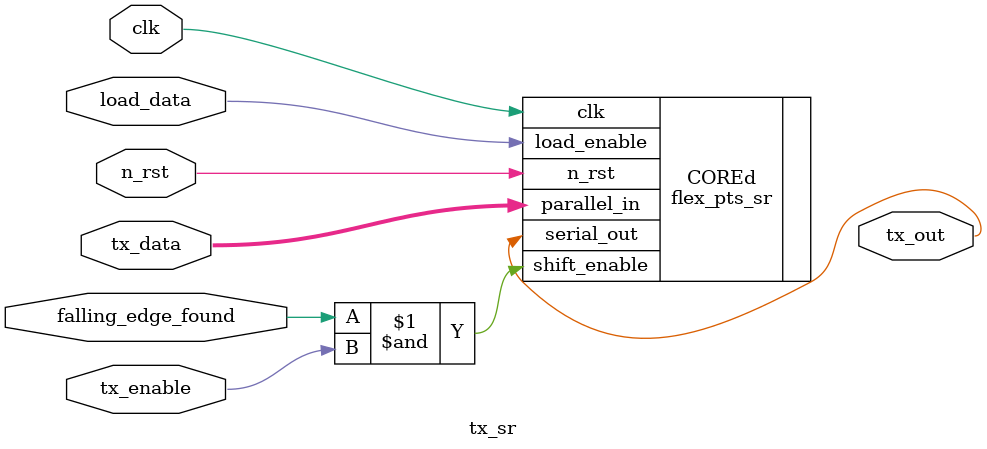
<source format=sv>
module tx_sr
(
  input wire clk,
  input wire n_rst,
  input wire load_data,
  input wire falling_edge_found,
  input wire tx_enable,
  input wire [63:0] tx_data,
  output wire tx_out
);


flex_pts_sr 
	#(
		.NUM_BITS(64),
		.SHIFT_MSB(1)
	)
	COREd(
		.clk(clk),
		.n_rst(n_rst),
		.parallel_in(tx_data),
		.shift_enable(falling_edge_found & tx_enable),
		.load_enable(load_data),
		.serial_out(tx_out)
	);

endmodule

</source>
